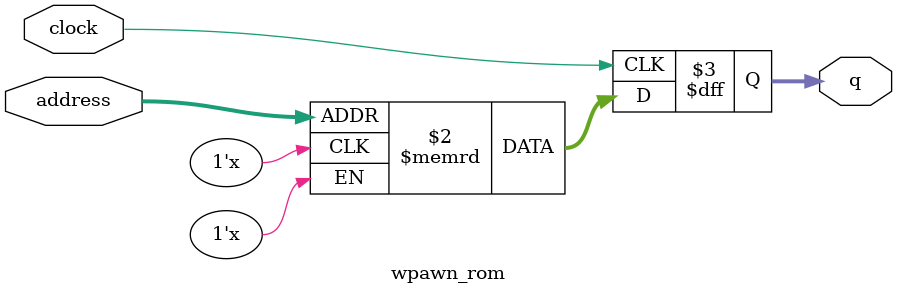
<source format=sv>
module wpawn_rom (
	input logic clock,
	input logic [11:0] address,
	output logic [1:0] q
);

logic [1:0] memory [0:3024] /* synthesis ram_init_file = "./wpawn/wpawn.COE" */;

always_ff @ (posedge clock) begin
	q <= memory[address];
end

endmodule

</source>
